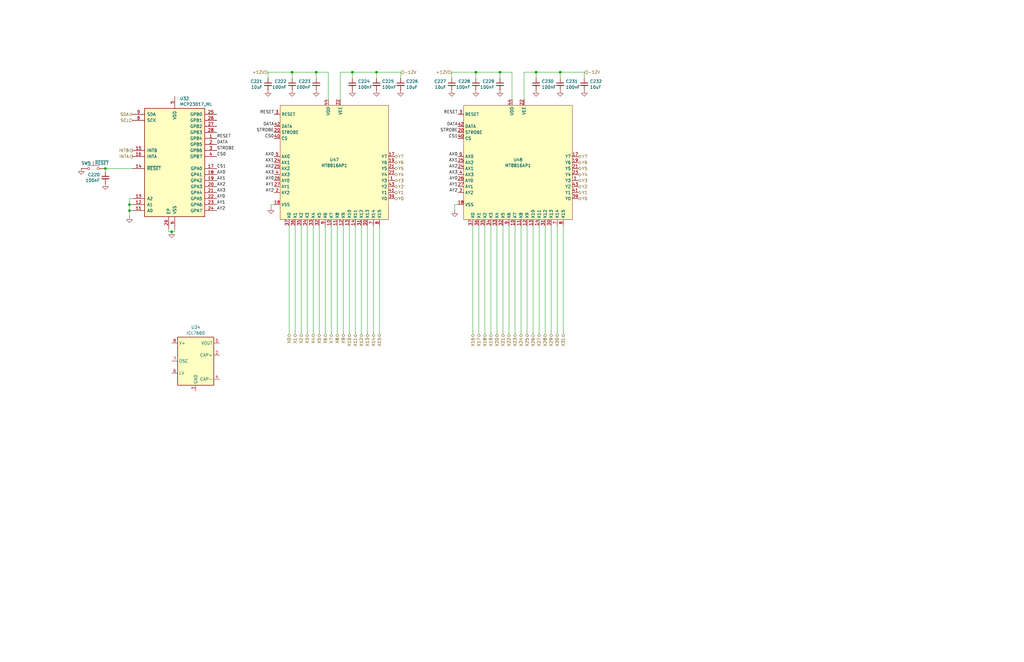
<source format=kicad_sch>
(kicad_sch (version 20250114) (generator "eeschema") (generator_version "9.0")
  (paper "B")
  (lib_symbols
    (symbol "AudioPanelLibrary:MT8816AP1"
      (property "Reference" "U" (at 0.254 2.286 0))
      (property "Value" "MT8816AP1" (at 0.254 -0.762 0))
      (symbol "MT8816AP1_0_0"
        (pin input line (at -25.4 20.32 0) (length 2.54) (name "RESET") (number "3"))
        (pin input line (at -25.4 15.24 0) (length 2.54) (name "DATA") (number "42"))
        (pin input line (at -25.4 12.7 0) (length 2.54) (name "STROBE") (number "20"))
        (pin input line (at -25.4 10.16 0) (length 2.54) (name "CS") (number "40"))
        (pin input line (at -25.4 2.54 0) (length 2.54) (name "AX0") (number "5"))
        (pin input line (at -25.4 0 0) (length 2.54) (name "AX2") (number "25"))
        (pin input line (at -25.4 -2.54 0) (length 2.54) (name "AX1") (number "24"))
        (pin input line (at -25.4 -5.08 0) (length 2.54) (name "AX3") (number "4"))
        (pin input line (at -25.4 -7.62 0) (length 2.54) (name "AY0") (number "26"))
        (pin input line (at -25.4 -10.16 0) (length 2.54) (name "AY1") (number "27"))
        (pin input line (at -25.4 -12.7 0) (length 2.54) (name "AY2") (number "2"))
        (pin power_in line (at -25.4 -17.78 0) (length 2.54) (name "VSS") (number "18"))
        (pin bidirectional line (at -19.05 -26.67 90) (length 2.54) (name "X0") (number "37"))
        (pin bidirectional line (at -16.51 -26.67 90) (length 2.54) (name "X1") (number "36"))
        (pin bidirectional line (at -13.97 -26.67 90) (length 2.54) (name "X2") (number "35"))
        (pin bidirectional line (at -11.43 -26.67 90) (length 2.54) (name "X3") (number "34"))
        (pin bidirectional line (at -8.89 -26.67 90) (length 2.54) (name "X4") (number "33"))
        (pin bidirectional line (at -6.35 -26.67 90) (length 2.54) (name "X5") (number "32"))
        (pin bidirectional line (at -3.81 -26.67 90) (length 2.54) (name "X6") (number "9"))
        (pin power_in line (at -2.54 26.67 270) (length 2.54) (name "VDD") (number "44"))
        (pin bidirectional line (at -1.27 -26.67 90) (length 2.54) (name "X7") (number "10"))
        (pin bidirectional line (at 1.27 -26.67 90) (length 2.54) (name "X8") (number "11"))
        (pin power_in line (at 2.54 26.67 270) (length 2.54) (name "VEE") (number "22"))
        (pin bidirectional line (at 3.81 -26.67 90) (length 2.54) (name "X9") (number "12"))
        (pin bidirectional line (at 6.35 -26.67 90) (length 2.54) (name "X10") (number "13"))
        (pin bidirectional line (at 8.89 -26.67 90) (length 2.54) (name "X11") (number "14"))
        (pin bidirectional line (at 11.43 -26.67 90) (length 2.54) (name "X12") (number "31"))
        (pin bidirectional line (at 13.97 -26.67 90) (length 2.54) (name "X13") (number "30"))
        (pin bidirectional line (at 16.51 -26.67 90) (length 2.54) (name "X14") (number "7"))
        (pin bidirectional line (at 19.05 -26.67 90) (length 2.54) (name "X15") (number "8"))
        (pin no_connect line (at 25.4 20.32 180) (length 2.54) (hide yes) (name "NC") (number "6"))
        (pin no_connect line (at 25.4 17.78 180) (length 2.54) (hide yes) (name "NC") (number "15"))
        (pin no_connect line (at 25.4 15.24 180) (length 2.54) (hide yes) (name "NC") (number "16"))
        (pin no_connect line (at 25.4 12.7 180) (length 2.54) (hide yes) (name "NC") (number "28"))
        (pin no_connect line (at 25.4 10.16 180) (length 2.54) (hide yes) (name "NC") (number "29"))
        (pin no_connect line (at 25.4 7.62 180) (length 2.54) (hide yes) (name "NC") (number "38"))
        (pin bidirectional line (at 25.4 2.54 180) (length 2.54) (name "Y7") (number "17"))
        (pin bidirectional line (at 25.4 0 180) (length 2.54) (name "Y6") (number "19"))
        (pin bidirectional line (at 25.4 -2.54 180) (length 2.54) (name "Y5") (number "21"))
        (pin bidirectional line (at 25.4 -5.08 180) (length 2.54) (name "Y4") (number "23"))
        (pin bidirectional line (at 25.4 -7.62 180) (length 2.54) (name "Y3") (number "1"))
        (pin bidirectional line (at 25.4 -10.16 180) (length 2.54) (name "Y2") (number "43"))
        (pin bidirectional line (at 25.4 -12.7 180) (length 2.54) (name "Y1") (number "41"))
        (pin bidirectional line (at 25.4 -15.24 180) (length 2.54) (name "Y0") (number "39"))
      )
      (symbol "MT8816AP1_1_1"
        (rectangle (start -22.86 24.13) (end 22.86 -24.13) (fill (type background)))
      )
    )
    (symbol "Device:C_Small" (pin_numbers (hide yes)) (pin_names (offset 0.254) (hide yes))
      (property "Reference" "C" (at 0.254 1.778 0))
      (property "Value" "C_Small" (at 0.254 -2.032 0))
      (symbol "C_Small_0_1"
        (polyline (pts (xy -1.524 0.508) (xy 1.524 0.508)) (stroke (width 0.3048)))
        (polyline (pts (xy -1.524 -0.508) (xy 1.524 -0.508)) (stroke (width 0.3302)))
      )
      (symbol "C_Small_1_1"
        (pin passive line (at 0 2.54 270) (length 2.032) (name "~") (number "1"))
        (pin passive line (at 0 -2.54 90) (length 2.032) (name "~") (number "2"))
      )
    )
    (symbol "Interface_Expansion:MCP23017_ML" (pin_names (offset 1.016))
      (property "Reference" "U" (at -11.43 24.13 0))
      (property "Value" "MCP23017_ML" (at 0 0 0))
      (symbol "MCP23017_ML_0_1"
        (rectangle (start -12.7 22.86) (end 12.7 -22.86) (stroke (width 0.254)) (fill (type background)))
      )
      (symbol "MCP23017_ML_1_1"
        (pin bidirectional line (at -17.78 20.32 0) (length 5.08) (name "SDA") (number "9"))
        (pin input line (at -17.78 17.78 0) (length 5.08) (name "SCK") (number "8"))
        (pin tri_state line (at -17.78 5.08 0) (length 5.08) (name "INTB") (number "15"))
        (pin tri_state line (at -17.78 2.54 0) (length 5.08) (name "INTA") (number "16"))
        (pin input line (at -17.78 -2.54 0) (length 5.08) (name "~{RESET}") (number "14"))
        (pin input line (at -17.78 -15.24 0) (length 5.08) (name "A2") (number "13"))
        (pin input line (at -17.78 -17.78 0) (length 5.08) (name "A1") (number "12"))
        (pin input line (at -17.78 -20.32 0) (length 5.08) (name "A0") (number "11"))
        (pin no_connect line (at -12.7 15.24 0) (length 5.08) (hide yes) (name "NC") (number "7"))
        (pin no_connect line (at -12.7 12.7 0) (length 5.08) (hide yes) (name "NC") (number "10"))
        (pin passive line (at -2.54 -27.94 90) (length 5.08) (name "EP") (number "29"))
        (pin power_in line (at 0 27.94 270) (length 5.08) (name "VDD") (number "5"))
        (pin power_in line (at 0 -27.94 90) (length 5.08) (name "VSS") (number "6"))
        (pin bidirectional line (at 17.78 20.32 180) (length 5.08) (name "GPB0") (number "25"))
        (pin bidirectional line (at 17.78 17.78 180) (length 5.08) (name "GPB1") (number "26"))
        (pin bidirectional line (at 17.78 15.24 180) (length 5.08) (name "GPB2") (number "27"))
        (pin bidirectional line (at 17.78 12.7 180) (length 5.08) (name "GPB3") (number "28"))
        (pin bidirectional line (at 17.78 10.16 180) (length 5.08) (name "GPB4") (number "1"))
        (pin bidirectional line (at 17.78 7.62 180) (length 5.08) (name "GPB5") (number "2"))
        (pin bidirectional line (at 17.78 5.08 180) (length 5.08) (name "GPB6") (number "3"))
        (pin output line (at 17.78 2.54 180) (length 5.08) (name "GPB7") (number "4"))
        (pin bidirectional line (at 17.78 -2.54 180) (length 5.08) (name "GPA0") (number "17"))
        (pin bidirectional line (at 17.78 -5.08 180) (length 5.08) (name "GPA1") (number "18"))
        (pin bidirectional line (at 17.78 -7.62 180) (length 5.08) (name "GPA2") (number "19"))
        (pin bidirectional line (at 17.78 -10.16 180) (length 5.08) (name "GPA3") (number "20"))
        (pin bidirectional line (at 17.78 -12.7 180) (length 5.08) (name "GPA4") (number "21"))
        (pin bidirectional line (at 17.78 -15.24 180) (length 5.08) (name "GPA5") (number "22"))
        (pin bidirectional line (at 17.78 -17.78 180) (length 5.08) (name "GPA6") (number "23"))
        (pin output line (at 17.78 -20.32 180) (length 5.08) (name "GPA7") (number "24"))
      )
    )
    (symbol "MT8816AP1_1"
      (property "Reference" "U" (at 0.254 2.286 0))
      (property "Value" "MT8816AP1" (at 0.254 -0.762 0))
      (symbol "MT8816AP1_1_0_0"
        (pin input line (at -25.4 20.32 0) (length 2.54) (name "RESET") (number "3"))
        (pin input line (at -25.4 15.24 0) (length 2.54) (name "DATA") (number "42"))
        (pin input line (at -25.4 12.7 0) (length 2.54) (name "STROBE") (number "20"))
        (pin input line (at -25.4 10.16 0) (length 2.54) (name "CS") (number "40"))
        (pin input line (at -25.4 2.54 0) (length 2.54) (name "AX0") (number "5"))
        (pin input line (at -25.4 0 0) (length 2.54) (name "AX1") (number "24"))
        (pin input line (at -25.4 -2.54 0) (length 2.54) (name "AX2") (number "25"))
        (pin input line (at -25.4 -5.08 0) (length 2.54) (name "AX3") (number "4"))
        (pin input line (at -25.4 -7.62 0) (length 2.54) (name "AY0") (number "26"))
        (pin input line (at -25.4 -10.16 0) (length 2.54) (name "AY1") (number "27"))
        (pin input line (at -25.4 -12.7 0) (length 2.54) (name "AY2") (number "2"))
        (pin power_in line (at -25.4 -17.78 0) (length 2.54) (name "VSS") (number "18"))
        (pin bidirectional line (at -19.05 -26.67 90) (length 2.54) (name "X0") (number "37"))
        (pin bidirectional line (at -16.51 -26.67 90) (length 2.54) (name "X1") (number "36"))
        (pin bidirectional line (at -13.97 -26.67 90) (length 2.54) (name "X2") (number "35"))
        (pin bidirectional line (at -11.43 -26.67 90) (length 2.54) (name "X3") (number "34"))
        (pin bidirectional line (at -8.89 -26.67 90) (length 2.54) (name "X4") (number "33"))
        (pin bidirectional line (at -6.35 -26.67 90) (length 2.54) (name "X5") (number "32"))
        (pin bidirectional line (at -3.81 -26.67 90) (length 2.54) (name "X6") (number "9"))
        (pin power_in line (at -2.54 26.67 270) (length 2.54) (name "VDD") (number "44"))
        (pin bidirectional line (at -1.27 -26.67 90) (length 2.54) (name "X7") (number "10"))
        (pin bidirectional line (at 1.27 -26.67 90) (length 2.54) (name "X8") (number "11"))
        (pin power_in line (at 2.54 26.67 270) (length 2.54) (name "VEE") (number "22"))
        (pin bidirectional line (at 3.81 -26.67 90) (length 2.54) (name "X9") (number "12"))
        (pin bidirectional line (at 6.35 -26.67 90) (length 2.54) (name "X10") (number "13"))
        (pin bidirectional line (at 8.89 -26.67 90) (length 2.54) (name "X11") (number "14"))
        (pin bidirectional line (at 11.43 -26.67 90) (length 2.54) (name "X12") (number "31"))
        (pin bidirectional line (at 13.97 -26.67 90) (length 2.54) (name "X13") (number "30"))
        (pin bidirectional line (at 16.51 -26.67 90) (length 2.54) (name "X14") (number "7"))
        (pin bidirectional line (at 19.05 -26.67 90) (length 2.54) (name "X15") (number "8"))
        (pin no_connect line (at 25.4 20.32 180) (length 2.54) (hide yes) (name "NC") (number "6"))
        (pin no_connect line (at 25.4 17.78 180) (length 2.54) (hide yes) (name "NC") (number "15"))
        (pin no_connect line (at 25.4 15.24 180) (length 2.54) (hide yes) (name "NC") (number "16"))
        (pin no_connect line (at 25.4 12.7 180) (length 2.54) (hide yes) (name "NC") (number "28"))
        (pin no_connect line (at 25.4 10.16 180) (length 2.54) (hide yes) (name "NC") (number "29"))
        (pin no_connect line (at 25.4 7.62 180) (length 2.54) (hide yes) (name "NC") (number "38"))
        (pin bidirectional line (at 25.4 2.54 180) (length 2.54) (name "Y7") (number "17"))
        (pin bidirectional line (at 25.4 0 180) (length 2.54) (name "Y6") (number "19"))
        (pin bidirectional line (at 25.4 -2.54 180) (length 2.54) (name "Y5") (number "21"))
        (pin bidirectional line (at 25.4 -5.08 180) (length 2.54) (name "Y4") (number "23"))
        (pin bidirectional line (at 25.4 -7.62 180) (length 2.54) (name "Y3") (number "1"))
        (pin bidirectional line (at 25.4 -10.16 180) (length 2.54) (name "Y2") (number "43"))
        (pin bidirectional line (at 25.4 -12.7 180) (length 2.54) (name "Y1") (number "41"))
        (pin bidirectional line (at 25.4 -15.24 180) (length 2.54) (name "Y0") (number "39"))
      )
      (symbol "MT8816AP1_1_1_1"
        (rectangle (start -22.86 24.13) (end 22.86 -24.13) (fill (type background)))
      )
    )
    (symbol "Regulator_SwitchedCapacitor:ICL7660"
      (property "Reference" "U" (at -6.35 11.43 0))
      (property "Value" "ICL7660" (at 3.81 11.43 0))
      (symbol "ICL7660_0_1"
        (rectangle (start -7.62 10.16) (end 7.62 -10.16) (stroke (width 0.254)) (fill (type background)))
      )
      (symbol "ICL7660_1_1"
        (pin power_in line (at -10.16 7.62 0) (length 2.54) (name "V+") (number "8"))
        (pin input line (at -10.16 0 0) (length 2.54) (name "OSC") (number "7"))
        (pin input line (at -10.16 -5.08 0) (length 2.54) (name "LV") (number "6"))
        (pin no_connect line (at -7.62 5.08 0) (length 2.54) (hide yes) (name "NC") (number "1"))
        (pin power_in line (at 0 -12.7 90) (length 2.54) (name "GND") (number "3"))
        (pin power_out line (at 10.16 7.62 180) (length 2.54) (name "VOUT") (number "5"))
        (pin input line (at 10.16 2.54 180) (length 2.54) (name "CAP+") (number "2"))
        (pin input line (at 10.16 -7.62 180) (length 2.54) (name "CAP-") (number "4"))
      )
    )
    (symbol "Switch:SW_Push" (pin_numbers (hide yes)) (pin_names (offset 1.016) (hide yes))
      (property "Reference" "SW" (at 1.27 2.54 0))
      (property "Value" "SW_Push" (at 0 -1.524 0))
      (symbol "SW_Push_0_1"
        (circle (center -2.032 0) (radius 0.508))
        (polyline (pts (xy 0 1.27) (xy 0 3.048)))
        (circle (center 2.032 0) (radius 0.508))
        (polyline (pts (xy 2.54 1.27) (xy -2.54 1.27)))
        (pin passive line (at -5.08 0 0) (length 2.54) (name "1") (number "1"))
        (pin passive line (at 5.08 0 180) (length 2.54) (name "2") (number "2"))
      )
    )
    (symbol "power:GND" (power) (pin_numbers (hide yes)) (pin_names (offset 0) (hide yes))
      (property "Value" "GND" (at 0 -3.81 0))
      (symbol "GND_0_1"
        (polyline (pts (xy 0 0) (xy 0 -1.27) (xy 1.27 -1.27) (xy 0 -2.54) (xy -1.27 -1.27) (xy 0 -1.27)))
      )
      (symbol "GND_1_1"
        (pin power_in line (at 0 0 270) (length 0) (name "~") (number "1"))
      )
    )
  )
  (junction (at 123.19 30.48))
  (junction (at 133.35 30.48))
  (junction (at 210.82 30.48))
  (junction (at 158.75 30.48))
  (junction (at 226.06 30.48))
  (junction (at 200.66 30.48))
  (junction (at 148.59 30.48))
  (junction (at 72.39 97.79))
  (junction (at 54.61 88.9))
  (junction (at 236.22 30.48))
  (junction (at 44.45 71.12))
  (junction (at 54.61 86.36))
  (wire (pts (xy 123.19 30.48) (xy 133.35 30.48)))
  (wire (pts (xy 114.3 86.36) (xy 115.57 86.36)))
  (wire (pts (xy 121.92 95.25) (xy 121.92 140.97)))
  (wire (pts (xy 73.66 96.52) (xy 73.66 97.79)))
  (wire (pts (xy 54.61 86.36) (xy 55.88 86.36)))
  (wire (pts (xy 226.06 30.48) (xy 226.06 33.02)))
  (wire (pts (xy 147.32 95.25) (xy 147.32 140.97)))
  (wire (pts (xy 123.19 33.02) (xy 123.19 30.48)))
  (wire (pts (xy 54.61 83.82) (xy 55.88 83.82)))
  (wire (pts (xy 201.93 95.25) (xy 201.93 140.97)))
  (wire (pts (xy 54.61 91.44) (xy 54.61 88.9)))
  (wire (pts (xy 129.54 95.25) (xy 129.54 140.97)))
  (wire (pts (xy 144.78 95.25) (xy 144.78 140.97)))
  (wire (pts (xy 152.4 95.25) (xy 152.4 140.97)))
  (wire (pts (xy 73.66 97.79) (xy 72.39 97.79)))
  (wire (pts (xy 209.55 95.25) (xy 209.55 140.97)))
  (wire (pts (xy 134.62 95.25) (xy 134.62 140.97)))
  (wire (pts (xy 168.91 30.48) (xy 168.91 33.02)))
  (wire (pts (xy 229.87 95.25) (xy 229.87 140.97)))
  (wire (pts (xy 72.39 97.79) (xy 71.12 97.79)))
  (wire (pts (xy 160.02 95.25) (xy 160.02 140.97)))
  (wire (pts (xy 154.94 95.25) (xy 154.94 140.97)))
  (wire (pts (xy 158.75 30.48) (xy 158.75 33.02)))
  (wire (pts (xy 190.5 30.48) (xy 200.66 30.48)))
  (wire (pts (xy 54.61 88.9) (xy 54.61 86.36)))
  (wire (pts (xy 54.61 86.36) (xy 54.61 83.82)))
  (wire (pts (xy 217.17 95.25) (xy 217.17 140.97)))
  (wire (pts (xy 54.61 88.9) (xy 55.88 88.9)))
  (wire (pts (xy 157.48 95.25) (xy 157.48 140.97)))
  (wire (pts (xy 113.03 30.48) (xy 113.03 33.02)))
  (wire (pts (xy 127 95.25) (xy 127 140.97)))
  (wire (pts (xy 246.38 30.48) (xy 246.38 33.02)))
  (wire (pts (xy 149.86 95.25) (xy 149.86 140.97)))
  (wire (pts (xy 158.75 30.48) (xy 168.91 30.48)))
  (wire (pts (xy 212.09 95.25) (xy 212.09 140.97)))
  (wire (pts (xy 138.43 30.48) (xy 133.35 30.48)))
  (wire (pts (xy 148.59 30.48) (xy 158.75 30.48)))
  (wire (pts (xy 114.3 87.63) (xy 114.3 86.36)))
  (wire (pts (xy 214.63 95.25) (xy 214.63 140.97)))
  (wire (pts (xy 210.82 30.48) (xy 210.82 33.02)))
  (wire (pts (xy 236.22 30.48) (xy 236.22 33.02)))
  (wire (pts (xy 226.06 30.48) (xy 236.22 30.48)))
  (wire (pts (xy 199.39 95.25) (xy 199.39 140.97)))
  (wire (pts (xy 148.59 30.48) (xy 148.59 33.02)))
  (wire (pts (xy 133.35 30.48) (xy 133.35 33.02)))
  (wire (pts (xy 234.95 95.25) (xy 234.95 140.97)))
  (wire (pts (xy 143.51 30.48) (xy 148.59 30.48)))
  (wire (pts (xy 224.79 95.25) (xy 224.79 140.97)))
  (wire (pts (xy 207.01 95.25) (xy 207.01 140.97)))
  (wire (pts (xy 227.33 95.25) (xy 227.33 140.97)))
  (wire (pts (xy 237.49 95.25) (xy 237.49 140.97)))
  (wire (pts (xy 215.9 30.48) (xy 210.82 30.48)))
  (wire (pts (xy 191.77 88.9) (xy 191.77 86.36)))
  (wire (pts (xy 44.45 71.12) (xy 44.45 72.39)))
  (wire (pts (xy 220.98 41.91) (xy 220.98 30.48)))
  (wire (pts (xy 200.66 30.48) (xy 210.82 30.48)))
  (wire (pts (xy 142.24 95.25) (xy 142.24 140.97)))
  (wire (pts (xy 222.25 95.25) (xy 222.25 140.97)))
  (wire (pts (xy 190.5 30.48) (xy 190.5 33.02)))
  (wire (pts (xy 219.71 95.25) (xy 219.71 140.97)))
  (wire (pts (xy 132.08 95.25) (xy 132.08 140.97)))
  (wire (pts (xy 124.46 95.25) (xy 124.46 140.97)))
  (wire (pts (xy 236.22 30.48) (xy 246.38 30.48)))
  (wire (pts (xy 139.7 95.25) (xy 139.7 140.97)))
  (wire (pts (xy 215.9 41.91) (xy 215.9 30.48)))
  (wire (pts (xy 200.66 33.02) (xy 200.66 30.48)))
  (wire (pts (xy 204.47 95.25) (xy 204.47 140.97)))
  (wire (pts (xy 44.45 71.12) (xy 55.88 71.12)))
  (wire (pts (xy 137.16 95.25) (xy 137.16 140.97)))
  (wire (pts (xy 71.12 96.52) (xy 71.12 97.79)))
  (wire (pts (xy 143.51 41.91) (xy 143.51 30.48)))
  (wire (pts (xy 191.77 86.36) (xy 193.04 86.36)))
  (wire (pts (xy 220.98 30.48) (xy 226.06 30.48)))
  (wire (pts (xy 113.03 30.48) (xy 123.19 30.48)))
  (wire (pts (xy 138.43 41.91) (xy 138.43 30.48)))
  (wire (pts (xy 232.41 95.25) (xy 232.41 140.97)))
  (label "CS0" (at 115.57 58.42 180))
  (label "RESET" (at 115.57 48.26 180))
  (label "AX2" (at 193.04 71.12 180))
  (label "AY0" (at 115.57 76.2 180))
  (label "STROBE" (at 115.57 55.88 180))
  (label "AX2" (at 91.44 78.74 0))
  (label "AY0" (at 91.44 83.82 0))
  (label "AX1" (at 91.44 76.2 0))
  (label "AX0" (at 193.04 66.04 180))
  (label "AY2" (at 115.57 81.28 180))
  (label "AY1" (at 91.44 86.36 0))
  (label "AY1" (at 115.57 78.74 180))
  (label "CS1" (at 91.44 71.12 0))
  (label "CS0" (at 91.44 66.04 0))
  (label "AY2" (at 91.44 88.9 0))
  (label "AX1" (at 193.04 68.58 180))
  (label "RESET" (at 91.44 58.42 0))
  (label "STROBE" (at 193.04 55.88 180))
  (label "AY1" (at 193.04 78.74 180))
  (label "DATA" (at 115.57 53.34 180))
  (label "AX0" (at 91.44 73.66 0))
  (label "AX0" (at 115.57 66.04 180))
  (label "RESET" (at 193.04 48.26 180))
  (label "AX1" (at 115.57 68.58 180))
  (label "AX3" (at 91.44 81.28 0))
  (label "AX3" (at 115.57 73.66 180))
  (label "DATA" (at 193.04 53.34 180))
  (label "AY2" (at 193.04 81.28 180))
  (label "AX3" (at 193.04 73.66 180))
  (label "CS1" (at 193.04 58.42 180))
  (label "AY0" (at 193.04 76.2 180))
  (label "STROBE" (at 91.44 63.5 0))
  (label "DATA" (at 91.44 60.96 0))
  (label "AX2" (at 115.57 71.12 180))
  (hierarchical_label "-12V" (shape input) (at 168.91 30.48 0))
  (hierarchical_label "X27" (shape bidirectional) (at 227.33 140.97 270))
  (hierarchical_label "Y6" (shape bidirectional) (at 166.37 68.58 0))
  (hierarchical_label "X23" (shape bidirectional) (at 217.17 140.97 270))
  (hierarchical_label "X0" (shape bidirectional) (at 121.92 140.97 270))
  (hierarchical_label "Y2" (shape bidirectional) (at 243.84 78.74 0))
  (hierarchical_label "Y0" (shape bidirectional) (at 243.84 83.82 0))
  (hierarchical_label "X7" (shape bidirectional) (at 139.7 140.97 270))
  (hierarchical_label "Y5" (shape bidirectional) (at 243.84 71.12 0))
  (hierarchical_label "Y4" (shape bidirectional) (at 243.84 73.66 0))
  (hierarchical_label "Y1" (shape bidirectional) (at 243.84 81.28 0))
  (hierarchical_label "Y1" (shape bidirectional) (at 166.37 81.28 0))
  (hierarchical_label "X6" (shape bidirectional) (at 137.16 140.97 270))
  (hierarchical_label "-12V" (shape input) (at 246.38 30.48 0))
  (hierarchical_label "X20" (shape bidirectional) (at 209.55 140.97 270))
  (hierarchical_label "Y3" (shape bidirectional) (at 166.37 76.2 0))
  (hierarchical_label "Y2" (shape bidirectional) (at 166.37 78.74 0))
  (hierarchical_label "X9" (shape bidirectional) (at 144.78 140.97 270))
  (hierarchical_label "X30" (shape bidirectional) (at 234.95 140.97 270))
  (hierarchical_label "Y7" (shape bidirectional) (at 166.37 66.04 0))
  (hierarchical_label "X12" (shape bidirectional) (at 152.4 140.97 270))
  (hierarchical_label "X13" (shape bidirectional) (at 154.94 140.97 270))
  (hierarchical_label "SDA" (shape bidirectional) (at 55.88 48.26 180))
  (hierarchical_label "Y4" (shape bidirectional) (at 166.37 73.66 0))
  (hierarchical_label "X21" (shape bidirectional) (at 212.09 140.97 270))
  (hierarchical_label "+12V" (shape input) (at 113.03 30.48 180))
  (hierarchical_label "Y5" (shape bidirectional) (at 166.37 71.12 0))
  (hierarchical_label "X8" (shape bidirectional) (at 142.24 140.97 270))
  (hierarchical_label "Y7" (shape bidirectional) (at 243.84 66.04 0))
  (hierarchical_label "SCL" (shape input) (at 55.88 50.8 180))
  (hierarchical_label "X25" (shape bidirectional) (at 222.25 140.97 270))
  (hierarchical_label "X19" (shape bidirectional) (at 207.01 140.97 270))
  (hierarchical_label "X1" (shape bidirectional) (at 124.46 140.97 270))
  (hierarchical_label "X3" (shape bidirectional) (at 129.54 140.97 270))
  (hierarchical_label "Y0" (shape bidirectional) (at 166.37 83.82 0))
  (hierarchical_label "Y6" (shape bidirectional) (at 243.84 68.58 0))
  (hierarchical_label "X29" (shape bidirectional) (at 232.41 140.97 270))
  (hierarchical_label "X28" (shape bidirectional) (at 229.87 140.97 270))
  (hierarchical_label "X16" (shape bidirectional) (at 199.39 140.97 270))
  (hierarchical_label "X24" (shape bidirectional) (at 219.71 140.97 270))
  (hierarchical_label "X18" (shape bidirectional) (at 204.47 140.97 270))
  (hierarchical_label "X17" (shape bidirectional) (at 201.93 140.97 270))
  (hierarchical_label "INTA" (shape output) (at 55.88 66.04 180))
  (hierarchical_label "X22" (shape bidirectional) (at 214.63 140.97 270))
  (hierarchical_label "X14" (shape bidirectional) (at 157.48 140.97 270))
  (hierarchical_label "INTB" (shape output) (at 55.88 63.5 180))
  (hierarchical_label "X15" (shape bidirectional) (at 160.02 140.97 270))
  (hierarchical_label "X5" (shape bidirectional) (at 134.62 140.97 270))
  (hierarchical_label "X31" (shape bidirectional) (at 237.49 140.97 270))
  (hierarchical_label "X11" (shape bidirectional) (at 149.86 140.97 270))
  (hierarchical_label "X2" (shape bidirectional) (at 127 140.97 270))
  (hierarchical_label "X10" (shape bidirectional) (at 147.32 140.97 270))
  (hierarchical_label "X26" (shape bidirectional) (at 224.79 140.97 270))
  (hierarchical_label "X4" (shape bidirectional) (at 132.08 140.97 270))
  (hierarchical_label "+12V" (shape input) (at 190.5 30.48 180))
  (hierarchical_label "Y3" (shape bidirectional) (at 243.84 76.2 0))
  (symbol (lib_id "Device:C_Small") (at 246.38 35.56 0) (unit 1)
    (property "Reference" "C232" (at 248.7041 34.3541 0) (effects (justify left)))
    (property "Value" "10uF" (at 248.7041 36.7784 0) (effects (justify left)))
    (property "Description" "Unpolarized capacitor, small symbol" (effects (hide yes)))
  )
  (symbol (lib_id "Device:C_Small") (at 158.75 35.56 0) (unit 1)
    (property "Reference" "C225" (at 161.0741 34.3541 0) (effects (justify left)))
    (property "Value" "100nF" (at 161.0741 36.7784 0) (effects (justify left)))
    (property "Description" "Unpolarized capacitor, small symbol" (effects (hide yes)))
  )
  (symbol (lib_id "power:GND") (at 54.61 91.44 0) (unit 1)
    (property "Reference" "#PWR0399" (effects (hide yes)))
    (property "Value" "GND" (effects (hide yes)))
    (property "Description" "Power symbol creates a global label with name \"GND\" , ground" (effects (hide yes)))
  )
  (symbol (lib_id "power:GND") (at 113.03 38.1 0) (unit 1)
    (property "Reference" "#PWR0401" (effects (hide yes)))
    (property "Value" "GND" (effects (hide yes)))
    (property "Description" "Power symbol creates a global label with name \"GND\" , ground" (effects (hide yes)))
  )
  (symbol (lib_id "AudioPanelLibrary:MT8816AP1") (at 218.44 68.58 0) (unit 1)
    (property "Reference" "U48" (at 218.44 67.4257 0))
    (property "Value" "MT8816AP1" (at 218.44 69.85 0))
    (property "Footprint" "Package_LCC:PLCC-44" (effects (hide yes)))
    (property "Datasheet" "https://www.es.co.th/Schemetic/PDF/MT8816.PDF" (effects (hide yes)))
    (property "Description" "8 x 16 Analog Switch Array" (effects (hide yes)))
  )
  (symbol (lib_id "Device:C_Small") (at 236.22 35.56 0) (unit 1)
    (property "Reference" "C231" (at 238.5441 34.3541 0) (effects (justify left)))
    (property "Value" "100nF" (at 238.5441 36.7784 0) (effects (justify left)))
    (property "Description" "Unpolarized capacitor, small symbol" (effects (hide yes)))
  )
  (symbol (lib_id "Regulator_SwitchedCapacitor:ICL7660") (at 82.55 152.4 0) (unit 1)
    (property "Reference" "U34" (at 82.55 138.0955 0))
    (property "Value" "ICL7660" (at 82.55 140.5198 0))
    (property "Datasheet" "http://datasheets.maximintegrated.com/en/ds/ICL7660-MAX1044.pdf" (effects (hide yes)))
    (property "Description" "Switched-Capacitor Voltage Converter, 1.5V to 10.0V operating supply voltage, 10mA with a 0.5V output drop, SO-8/DIP-8/µMAX-8/TO-99" (effects (hide yes)))
  )
  (symbol (lib_id "power:GND") (at 34.29 71.12 0) (unit 1)
    (property "Reference" "#PWR0397" (effects (hide yes)))
    (property "Value" "GND" (effects (hide yes)))
    (property "Description" "Power symbol creates a global label with name \"GND\" , ground" (effects (hide yes)))
  )
  (symbol (lib_id "power:GND") (at 200.66 38.1 0) (unit 1)
    (property "Reference" "#PWR0414" (effects (hide yes)))
    (property "Value" "GND" (effects (hide yes)))
    (property "Description" "Power symbol creates a global label with name \"GND\" , ground" (effects (hide yes)))
  )
  (symbol (lib_name "MT8816AP1_1") (lib_id "AudioPanelLibrary:MT8816AP1") (at 140.97 68.58 0) (unit 1)
    (property "Reference" "U47" (at 140.97 67.4257 0))
    (property "Value" "MT8816AP1" (at 140.97 69.85 0))
    (property "Footprint" "Package_LCC:PLCC-44" (effects (hide yes)))
    (property "Datasheet" "https://www.es.co.th/Schemetic/PDF/MT8816.PDF" (effects (hide yes)))
    (property "Description" "8 x 16 Analog Switch Array" (effects (hide yes)))
  )
  (symbol (lib_id "power:GND") (at 158.75 38.1 0) (unit 1)
    (property "Reference" "#PWR0408" (effects (hide yes)))
    (property "Value" "GND" (effects (hide yes)))
    (property "Description" "Power symbol creates a global label with name \"GND\" , ground" (effects (hide yes)))
  )
  (symbol (lib_id "Device:C_Small") (at 133.35 35.56 0) (mirror y) (unit 1)
    (property "Reference" "C223" (at 131.0259 34.3541 0) (effects (justify left)))
    (property "Value" "100nF" (at 131.0259 36.7784 0) (effects (justify left)))
    (property "Description" "Unpolarized capacitor, small symbol" (effects (hide yes)))
  )
  (symbol (lib_id "power:GND") (at 114.3 87.63 0) (unit 1)
    (property "Reference" "#PWR0402" (effects (hide yes)))
    (property "Value" "GND" (effects (hide yes)))
    (property "Description" "Power symbol creates a global label with name \"GND\" , ground" (effects (hide yes)))
  )
  (symbol (lib_id "Device:C_Small") (at 44.45 74.93 0) (mirror y) (unit 1)
    (property "Reference" "C220" (at 42.1259 73.7241 0) (effects (justify left)))
    (property "Value" "100nF" (at 42.1259 76.1484 0) (effects (justify left)))
    (property "Description" "Unpolarized capacitor, small symbol" (effects (hide yes)))
  )
  (symbol (lib_id "Device:C_Small") (at 123.19 35.56 0) (mirror y) (unit 1)
    (property "Reference" "C222" (at 120.8659 34.3541 0) (effects (justify left)))
    (property "Value" "100nF" (at 120.8659 36.7784 0) (effects (justify left)))
    (property "Description" "Unpolarized capacitor, small symbol" (effects (hide yes)))
  )
  (symbol (lib_id "Device:C_Small") (at 190.5 35.56 0) (mirror y) (unit 1)
    (property "Reference" "C227" (at 188.1759 34.3541 0) (effects (justify left)))
    (property "Value" "10uF" (at 188.1759 36.7784 0) (effects (justify left)))
    (property "Description" "Unpolarized capacitor, small symbol" (effects (hide yes)))
  )
  (symbol (lib_id "power:GND") (at 72.39 97.79 0) (unit 1)
    (property "Reference" "#PWR0400" (effects (hide yes)))
    (property "Value" "GND" (effects (hide yes)))
    (property "Description" "Power symbol creates a global label with name \"GND\" , ground" (effects (hide yes)))
  )
  (symbol (lib_id "Device:C_Small") (at 200.66 35.56 0) (mirror y) (unit 1)
    (property "Reference" "C228" (at 198.3359 34.3541 0) (effects (justify left)))
    (property "Value" "100nF" (at 198.3359 36.7784 0) (effects (justify left)))
    (property "Description" "Unpolarized capacitor, small symbol" (effects (hide yes)))
  )
  (symbol (lib_id "Switch:SW_Push") (at 39.37 71.12 0) (unit 1)
    (property "Reference" "SW5" (at 36.322 68.834 0))
    (property "Value" "~{RESET}" (at 42.926 68.834 0))
    (property "Footprint" "Button_Switch_SMD:SW_SPST_TL3342" (effects (hide yes)))
    (property "Description" "Push button switch, generic, two pins" (effects (hide yes)))
  )
  (symbol (lib_id "power:GND") (at 246.38 38.1 0) (unit 1)
    (property "Reference" "#PWR0420" (effects (hide yes)))
    (property "Value" "GND" (effects (hide yes)))
    (property "Description" "Power symbol creates a global label with name \"GND\" , ground" (effects (hide yes)))
  )
  (symbol (lib_id "power:GND") (at 133.35 38.1 0) (unit 1)
    (property "Reference" "#PWR0405" (effects (hide yes)))
    (property "Value" "GND" (effects (hide yes)))
    (property "Description" "Power symbol creates a global label with name \"GND\" , ground" (effects (hide yes)))
  )
  (symbol (lib_id "power:GND") (at 210.82 38.1 0) (unit 1)
    (property "Reference" "#PWR0416" (effects (hide yes)))
    (property "Value" "GND" (effects (hide yes)))
    (property "Description" "Power symbol creates a global label with name \"GND\" , ground" (effects (hide yes)))
  )
  (symbol (lib_id "Device:C_Small") (at 210.82 35.56 0) (mirror y) (unit 1)
    (property "Reference" "C229" (at 208.4959 34.3541 0) (effects (justify left)))
    (property "Value" "100nF" (at 208.4959 36.7784 0) (effects (justify left)))
    (property "Description" "Unpolarized capacitor, small symbol" (effects (hide yes)))
  )
  (symbol (lib_id "power:GND") (at 44.45 77.47 0) (unit 1)
    (property "Reference" "#PWR0398" (effects (hide yes)))
    (property "Value" "GND" (effects (hide yes)))
    (property "Description" "Power symbol creates a global label with name \"GND\" , ground" (effects (hide yes)))
  )
  (symbol (lib_id "power:GND") (at 226.06 38.1 0) (unit 1)
    (property "Reference" "#PWR0418" (effects (hide yes)))
    (property "Value" "GND" (effects (hide yes)))
    (property "Description" "Power symbol creates a global label with name \"GND\" , ground" (effects (hide yes)))
  )
  (symbol (lib_id "power:GND") (at 190.5 38.1 0) (unit 1)
    (property "Reference" "#PWR0412" (effects (hide yes)))
    (property "Value" "GND" (effects (hide yes)))
    (property "Description" "Power symbol creates a global label with name \"GND\" , ground" (effects (hide yes)))
  )
  (symbol (lib_id "Device:C_Small") (at 148.59 35.56 0) (unit 1)
    (property "Reference" "C224" (at 150.9141 34.3541 0) (effects (justify left)))
    (property "Value" "100nF" (at 150.9141 36.7784 0) (effects (justify left)))
    (property "Description" "Unpolarized capacitor, small symbol" (effects (hide yes)))
  )
  (symbol (lib_id "power:GND") (at 168.91 38.1 0) (unit 1)
    (property "Reference" "#PWR0409" (effects (hide yes)))
    (property "Value" "GND" (effects (hide yes)))
    (property "Description" "Power symbol creates a global label with name \"GND\" , ground" (effects (hide yes)))
  )
  (symbol (lib_id "power:GND") (at 123.19 38.1 0) (unit 1)
    (property "Reference" "#PWR0403" (effects (hide yes)))
    (property "Value" "GND" (effects (hide yes)))
    (property "Description" "Power symbol creates a global label with name \"GND\" , ground" (effects (hide yes)))
  )
  (symbol (lib_id "power:GND") (at 191.77 88.9 0) (unit 1)
    (property "Reference" "#PWR0413" (effects (hide yes)))
    (property "Value" "GND" (effects (hide yes)))
    (property "Description" "Power symbol creates a global label with name \"GND\" , ground" (effects (hide yes)))
  )
  (symbol (lib_id "power:GND") (at 236.22 38.1 0) (unit 1)
    (property "Reference" "#PWR0419" (effects (hide yes)))
    (property "Value" "GND" (effects (hide yes)))
    (property "Description" "Power symbol creates a global label with name \"GND\" , ground" (effects (hide yes)))
  )
  (symbol (lib_id "Device:C_Small") (at 226.06 35.56 0) (unit 1)
    (property "Reference" "C230" (at 228.3841 34.3541 0) (effects (justify left)))
    (property "Value" "100nF" (at 228.3841 36.7784 0) (effects (justify left)))
    (property "Description" "Unpolarized capacitor, small symbol" (effects (hide yes)))
  )
  (symbol (lib_id "Interface_Expansion:MCP23017_ML") (at 73.66 68.58 0) (unit 1)
    (property "Reference" "U32" (at 75.8033 41.5755 0) (effects (justify left)))
    (property "Value" "MCP23017_ML" (at 75.8033 43.9998 0) (effects (justify left)))
    (property "Footprint" "Package_DFN_QFN:QFN-28-1EP_6x6mm_P0.65mm_EP4.25x4.25mm" (effects (hide yes)))
    (property "Datasheet" "https://ww1.microchip.com/downloads/aemDocuments/documents/APID/ProductDocuments/DataSheets/MCP23017-Data-Sheet-DS20001952.pdf" (effects (hide yes)))
    (property "Description" "16-bit I/O expander, I2C, interrupts, w pull-ups, GPA/B7 output only (https://microchip.my.site.com/s/article/GPA7---GPB7-Cannot-Be-Used-as-Inputs-In-MCP23017), QFN-28" (effects (hide yes)))
  )
  (symbol (lib_id "Device:C_Small") (at 113.03 35.56 0) (mirror y) (unit 1)
    (property "Reference" "C221" (at 110.7059 34.3541 0) (effects (justify left)))
    (property "Value" "10uF" (at 110.7059 36.7784 0) (effects (justify left)))
    (property "Description" "Unpolarized capacitor, small symbol" (effects (hide yes)))
  )
  (symbol (lib_id "Device:C_Small") (at 168.91 35.56 0) (unit 1)
    (property "Reference" "C226" (at 171.2341 34.3541 0) (effects (justify left)))
    (property "Value" "10uF" (at 171.2341 36.7784 0) (effects (justify left)))
    (property "Description" "Unpolarized capacitor, small symbol" (effects (hide yes)))
  )
  (symbol (lib_id "power:GND") (at 148.59 38.1 0) (unit 1)
    (property "Reference" "#PWR0407" (effects (hide yes)))
    (property "Value" "GND" (effects (hide yes)))
    (property "Description" "Power symbol creates a global label with name \"GND\" , ground" (effects (hide yes)))
  )
)
</source>
